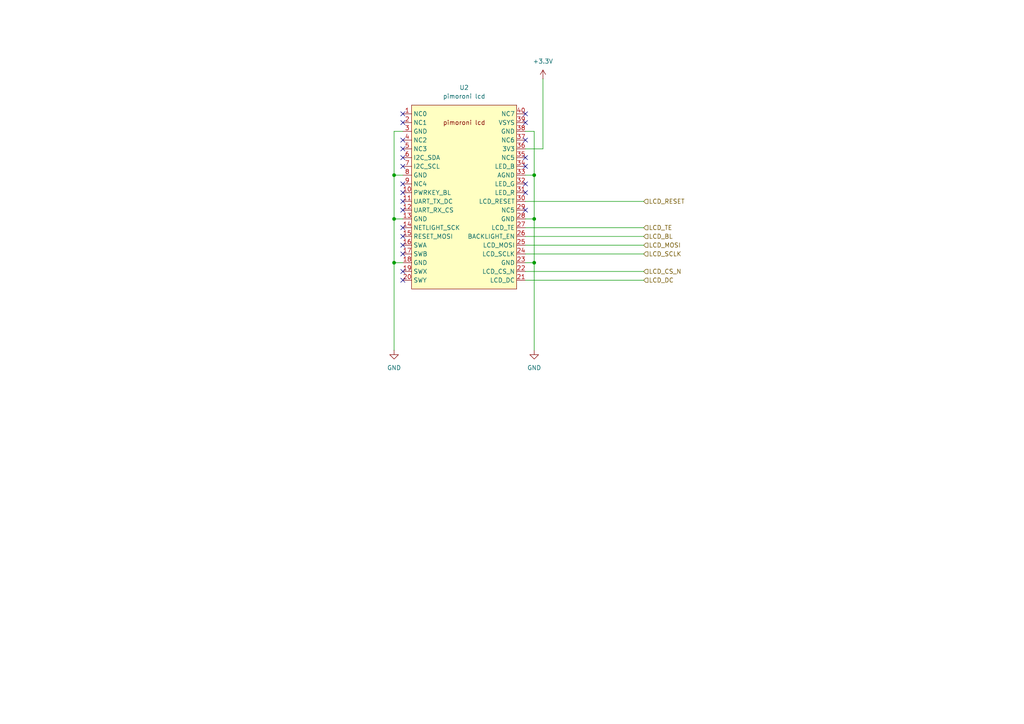
<source format=kicad_sch>
(kicad_sch (version 20231120) (generator "eeschema") (generator_version "8.0")
  (paper "A4")
  (lib_symbols
    (symbol "my_pico:pimoroni_lcd"
      (property "Reference" "U" (at -13.97 27.94 0))
      (property "Value" "pimoroni lcd" (at 0 19.05 0))
      (symbol "pimoroni_lcd_0_1"
        (rectangle (start -15.24 26.67) (end 15.24 -26.67) (fill (type background)))
      )
      (symbol "pimoroni_lcd_1_0"
        (text "pimoroni lcd" (at 0 21.59 0) (effects (font (size 1.27 1.27))))
      )
      (symbol "pimoroni_lcd_1_1"
        (pin bidirectional line (at -17.78 24.13 0) (length 2.54) (name "NC0") (number "1"))
        (pin bidirectional line (at -17.78 1.27 0) (length 2.54) (name "PWRKEY_BL") (number "10"))
        (pin bidirectional line (at -17.78 -1.27 0) (length 2.54) (name "UART_TX_DC") (number "11"))
        (pin bidirectional line (at -17.78 -3.81 0) (length 2.54) (name "UART_RX_CS") (number "12"))
        (pin power_in line (at -17.78 -6.35 0) (length 2.54) (name "GND") (number "13"))
        (pin bidirectional line (at -17.78 -8.89 0) (length 2.54) (name "NETLIGHT_SCK") (number "14"))
        (pin bidirectional line (at -17.78 -11.43 0) (length 2.54) (name "RESET_MOSI") (number "15"))
        (pin bidirectional line (at -17.78 -13.97 0) (length 2.54) (name "SWA") (number "16"))
        (pin bidirectional line (at -17.78 -16.51 0) (length 2.54) (name "SWB") (number "17"))
        (pin power_in line (at -17.78 -19.05 0) (length 2.54) (name "GND") (number "18"))
        (pin bidirectional line (at -17.78 -21.59 0) (length 2.54) (name "SWX") (number "19"))
        (pin bidirectional line (at -17.78 21.59 0) (length 2.54) (name "NC1") (number "2"))
        (pin bidirectional line (at -17.78 -24.13 0) (length 2.54) (name "SWY") (number "20"))
        (pin bidirectional line (at 17.78 -24.13 180) (length 2.54) (name "LCD_DC") (number "21"))
        (pin bidirectional line (at 17.78 -21.59 180) (length 2.54) (name "LCD_CS_N") (number "22"))
        (pin power_in line (at 17.78 -19.05 180) (length 2.54) (name "GND") (number "23"))
        (pin bidirectional line (at 17.78 -16.51 180) (length 2.54) (name "LCD_SCLK") (number "24"))
        (pin bidirectional line (at 17.78 -13.97 180) (length 2.54) (name "LCD_MOSI") (number "25"))
        (pin bidirectional line (at 17.78 -11.43 180) (length 2.54) (name "BACKLIGHT_EN") (number "26"))
        (pin bidirectional line (at 17.78 -8.89 180) (length 2.54) (name "LCD_TE") (number "27"))
        (pin power_in line (at 17.78 -6.35 180) (length 2.54) (name "GND") (number "28"))
        (pin bidirectional line (at 17.78 -3.81 180) (length 2.54) (name "NC5") (number "29"))
        (pin power_in line (at -17.78 19.05 0) (length 2.54) (name "GND") (number "3"))
        (pin passive line (at 17.78 -1.27 180) (length 2.54) (name "LCD_RESET") (number "30"))
        (pin bidirectional line (at 17.78 1.27 180) (length 2.54) (name "LED_R") (number "31"))
        (pin bidirectional line (at 17.78 3.81 180) (length 2.54) (name "LED_G") (number "32"))
        (pin power_in line (at 17.78 6.35 180) (length 2.54) (name "AGND") (number "33"))
        (pin bidirectional line (at 17.78 8.89 180) (length 2.54) (name "LED_B") (number "34"))
        (pin bidirectional line (at 17.78 11.43 180) (length 2.54) (name "NC5") (number "35"))
        (pin power_in line (at 17.78 13.97 180) (length 2.54) (name "3V3") (number "36"))
        (pin bidirectional line (at 17.78 16.51 180) (length 2.54) (name "NC6") (number "37"))
        (pin power_in line (at 17.78 19.05 180) (length 2.54) (name "GND") (number "38"))
        (pin power_in line (at 17.78 21.59 180) (length 2.54) (name "VSYS") (number "39"))
        (pin bidirectional line (at -17.78 16.51 0) (length 2.54) (name "NC2") (number "4"))
        (pin bidirectional line (at 17.78 24.13 180) (length 2.54) (name "NC7") (number "40"))
        (pin bidirectional line (at -17.78 13.97 0) (length 2.54) (name "NC3") (number "5"))
        (pin bidirectional line (at -17.78 11.43 0) (length 2.54) (name "I2C_SDA") (number "6"))
        (pin bidirectional line (at -17.78 8.89 0) (length 2.54) (name "I2C_SCL") (number "7"))
        (pin power_in line (at -17.78 6.35 0) (length 2.54) (name "GND") (number "8"))
        (pin bidirectional line (at -17.78 3.81 0) (length 2.54) (name "NC4") (number "9"))
      )
    )
    (symbol "power:+3.3V" (power) (pin_numbers hide) (pin_names (offset 0) hide)
      (property "Value" "+3.3V" (at 0 3.556 0))
      (symbol "+3.3V_0_1"
        (polyline (pts (xy -0.762 1.27) (xy 0 2.54)))
        (polyline (pts (xy 0 0) (xy 0 2.54)))
        (polyline (pts (xy 0 2.54) (xy 0.762 1.27)))
      )
      (symbol "+3.3V_1_1"
        (pin power_in line (at 0 0 90) (length 0) (name "~") (number "1"))
      )
    )
    (symbol "power:GND" (power) (pin_numbers hide) (pin_names (offset 0) hide)
      (property "Value" "GND" (at 0 -3.81 0))
      (symbol "GND_0_1"
        (polyline (pts (xy 0 0) (xy 0 -1.27) (xy 1.27 -1.27) (xy 0 -2.54) (xy -1.27 -1.27) (xy 0 -1.27)))
      )
      (symbol "GND_1_1"
        (pin power_in line (at 0 0 270) (length 0) (name "~") (number "1"))
      )
    )
  )
  (junction (at 114.3 63.5))
  (junction (at 154.94 76.2))
  (junction (at 114.3 76.2))
  (junction (at 114.3 50.8))
  (junction (at 154.94 50.8))
  (junction (at 154.94 63.5))
  (no_connect (at 116.84 71.12))
  (no_connect (at 116.84 58.42))
  (no_connect (at 116.84 33.02))
  (no_connect (at 116.84 81.28))
  (no_connect (at 152.4 55.88))
  (no_connect (at 116.84 48.26))
  (no_connect (at 116.84 73.66))
  (no_connect (at 116.84 35.56))
  (no_connect (at 116.84 66.04))
  (no_connect (at 116.84 55.88))
  (no_connect (at 116.84 40.64))
  (no_connect (at 116.84 60.96))
  (no_connect (at 152.4 45.72))
  (no_connect (at 152.4 33.02))
  (no_connect (at 152.4 48.26))
  (no_connect (at 116.84 68.58))
  (no_connect (at 152.4 60.96))
  (no_connect (at 116.84 45.72))
  (no_connect (at 116.84 53.34))
  (no_connect (at 152.4 53.34))
  (no_connect (at 116.84 78.74))
  (no_connect (at 116.84 43.18))
  (no_connect (at 152.4 40.64))
  (no_connect (at 152.4 35.56))
  (wire (pts (xy 157.48 43.18) (xy 152.4 43.18)))
  (wire (pts (xy 152.4 73.66) (xy 186.69 73.66)))
  (wire (pts (xy 152.4 68.58) (xy 186.69 68.58)))
  (wire (pts (xy 152.4 76.2) (xy 154.94 76.2)))
  (wire (pts (xy 114.3 63.5) (xy 114.3 76.2)))
  (wire (pts (xy 114.3 63.5) (xy 116.84 63.5)))
  (wire (pts (xy 116.84 38.1) (xy 114.3 38.1)))
  (wire (pts (xy 114.3 38.1) (xy 114.3 50.8)))
  (wire (pts (xy 152.4 66.04) (xy 186.69 66.04)))
  (wire (pts (xy 114.3 76.2) (xy 114.3 101.6)))
  (wire (pts (xy 154.94 38.1) (xy 154.94 50.8)))
  (wire (pts (xy 152.4 71.12) (xy 186.69 71.12)))
  (wire (pts (xy 114.3 50.8) (xy 114.3 63.5)))
  (wire (pts (xy 154.94 50.8) (xy 154.94 63.5)))
  (wire (pts (xy 114.3 50.8) (xy 116.84 50.8)))
  (wire (pts (xy 152.4 50.8) (xy 154.94 50.8)))
  (wire (pts (xy 152.4 58.42) (xy 186.69 58.42)))
  (wire (pts (xy 154.94 76.2) (xy 154.94 101.6)))
  (wire (pts (xy 152.4 78.74) (xy 186.69 78.74)))
  (wire (pts (xy 152.4 38.1) (xy 154.94 38.1)))
  (wire (pts (xy 152.4 63.5) (xy 154.94 63.5)))
  (wire (pts (xy 154.94 63.5) (xy 154.94 76.2)))
  (wire (pts (xy 152.4 81.28) (xy 186.69 81.28)))
  (wire (pts (xy 116.84 76.2) (xy 114.3 76.2)))
  (wire (pts (xy 157.48 22.86) (xy 157.48 43.18)))
  (hierarchical_label "LCD_TE" (shape input) (at 186.69 66.04 0))
  (hierarchical_label "LCD_RESET" (shape input) (at 186.69 58.42 0))
  (hierarchical_label "LCD_BL" (shape input) (at 186.69 68.58 0))
  (hierarchical_label "LCD_SCLK" (shape input) (at 186.69 73.66 0))
  (hierarchical_label "LCD_DC" (shape input) (at 186.69 81.28 0))
  (hierarchical_label "LCD_CS_N" (shape input) (at 186.69 78.74 0))
  (hierarchical_label "LCD_MOSI" (shape input) (at 186.69 71.12 0))
  (symbol (lib_id "power:GND") (at 154.94 101.6 0) (unit 1)
    (property "Reference" "#PWR06" (effects (hide yes)))
    (property "Value" "GND" (at 154.94 106.68 0))
    (property "Description" "Power symbol creates a global label with name \"GND\" , ground" (effects (hide yes)))
  )
  (symbol (lib_id "power:+3.3V") (at 157.48 22.86 0) (unit 1)
    (property "Reference" "#PWR08" (effects (hide yes)))
    (property "Value" "+3.3V" (at 157.48 17.78 0))
    (property "Description" "Power symbol creates a global label with name \"+3.3V\"" (effects (hide yes)))
  )
  (symbol (lib_id "power:GND") (at 114.3 101.6 0) (unit 1)
    (property "Reference" "#PWR01" (effects (hide yes)))
    (property "Value" "GND" (at 114.3 106.68 0))
    (property "Description" "Power symbol creates a global label with name \"GND\" , ground" (effects (hide yes)))
  )
  (symbol (lib_id "my_pico:pimoroni_lcd") (at 134.62 57.15 0) (unit 1)
    (property "Reference" "U2" (at 134.62 25.4 0))
    (property "Value" "pimoroni lcd" (at 134.62 27.94 0))
    (property "Footprint" "my_pico:pimoroni_lcd_p0.85" (effects (hide yes)))
  )
)
</source>
